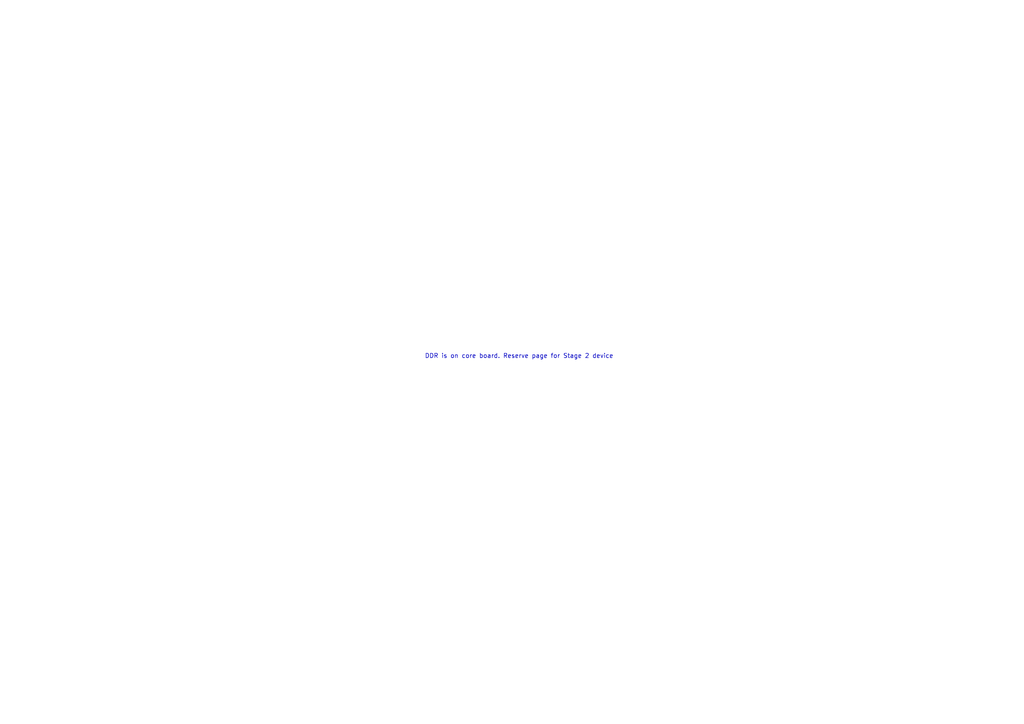
<source format=kicad_sch>
(kicad_sch (version 20210621) (generator eeschema)
  (paper "A4")
  (title_block (title "Lancer Mainboard") (date "2021-10-25") (rev "R0.1") (company "Copyright Modos 2021. / Engineer: Wenting Zhang") (comment 2 "MERCHANTABILITY, SATISFACTORY QUALITY AND FITNESS FOR A PARTICULAR PURPOSE.") (comment 3 "This source is distributed WITHOUT ANY EXPRESS OR IMPLIED WARRANTY, INCLUDING OF") (comment 4 "This source describes Open Hardware and is licensed under the CERN-OHL-S v2."))
  (lib_symbols)
  (text "DDR is on core board. Reserve page for Stage 2 device" (at 123.19 104.14 0) (effects (font (size 1.27 1.27)) (justify left bottom)))
)
</source>
